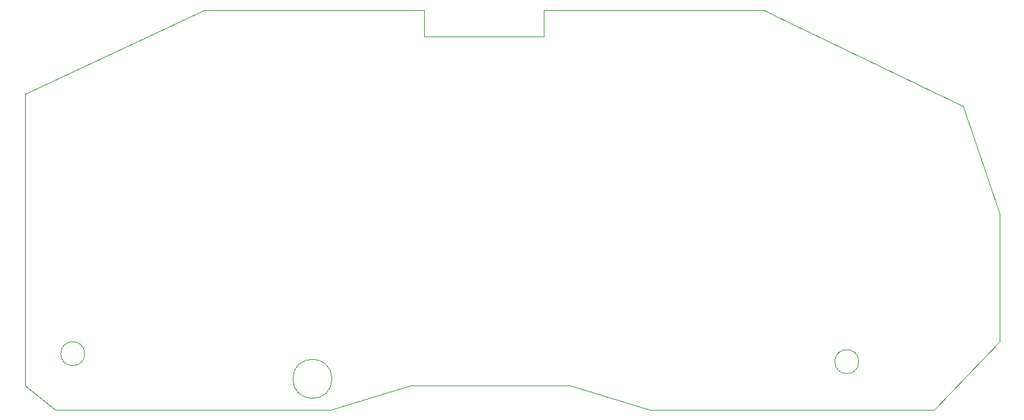
<source format=gm1>
G04 #@! TF.GenerationSoftware,KiCad,Pcbnew,7.0.9*
G04 #@! TF.CreationDate,2023-12-20T17:10:12-07:00*
G04 #@! TF.ProjectId,saturn_controller_pcb,73617475-726e-45f6-936f-6e74726f6c6c,4a*
G04 #@! TF.SameCoordinates,Original*
G04 #@! TF.FileFunction,Profile,NP*
%FSLAX46Y46*%
G04 Gerber Fmt 4.6, Leading zero omitted, Abs format (unit mm)*
G04 Created by KiCad (PCBNEW 7.0.9) date 2023-12-20 17:10:12*
%MOMM*%
%LPD*%
G01*
G04 APERTURE LIST*
G04 #@! TA.AperFunction,Profile*
%ADD10C,0.100000*%
G04 #@! TD*
G04 APERTURE END LIST*
D10*
X96500000Y-118000000D02*
G75*
G03*
X96500000Y-118000000I-1500000J0D01*
G01*
X181500000Y-75000000D02*
X206500000Y-87000000D01*
X154000000Y-78300000D02*
X154000000Y-75000000D01*
X211000000Y-100500000D02*
X211000000Y-116500000D01*
X127300000Y-125000000D02*
X137300000Y-122000000D01*
X154000000Y-75000000D02*
X181500000Y-75000000D01*
X193400000Y-119000000D02*
G75*
G03*
X193400000Y-119000000I-1500000J0D01*
G01*
X157300000Y-122000000D02*
X167300000Y-125000000D01*
X111500000Y-75000000D02*
X139000000Y-75000000D01*
X127300000Y-125000000D02*
X92800000Y-125000000D01*
X157300000Y-122000000D02*
X137300000Y-122000000D01*
X111500000Y-75000000D02*
X89000000Y-85500000D01*
X211000000Y-100500000D02*
X206500000Y-87000000D01*
X139000000Y-78300000D02*
X154000000Y-78300000D01*
X89000000Y-122000000D02*
X92800000Y-125000000D01*
X89000000Y-122000000D02*
X89000000Y-85500000D01*
X127450000Y-121150000D02*
G75*
G03*
X127450000Y-121150000I-2450000J0D01*
G01*
X202800000Y-125000000D02*
X167300000Y-125000000D01*
X202800000Y-125000000D02*
X211000000Y-116500000D01*
X139000000Y-75000000D02*
X139000000Y-78300000D01*
M02*

</source>
